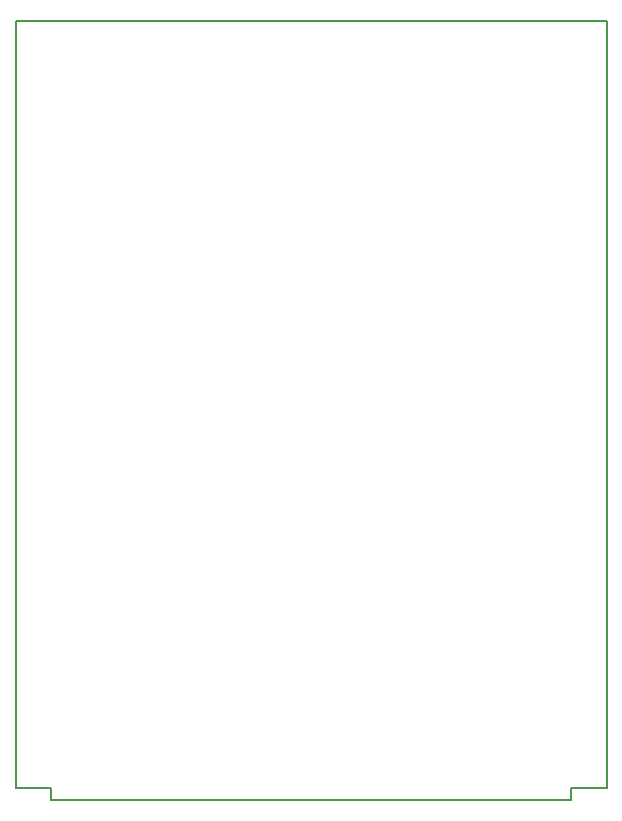
<source format=gbr>
%TF.GenerationSoftware,KiCad,Pcbnew,7.0.10*%
%TF.CreationDate,2024-03-26T21:26:04+03:00*%
%TF.ProjectId,com_1300,636f6d5f-3133-4303-902e-6b696361645f,rev?*%
%TF.SameCoordinates,Original*%
%TF.FileFunction,Profile,NP*%
%FSLAX46Y46*%
G04 Gerber Fmt 4.6, Leading zero omitted, Abs format (unit mm)*
G04 Created by KiCad (PCBNEW 7.0.10) date 2024-03-26 21:26:04*
%MOMM*%
%LPD*%
G01*
G04 APERTURE LIST*
%TA.AperFunction,Profile*%
%ADD10C,0.200000*%
%TD*%
G04 APERTURE END LIST*
D10*
X65000000Y-80000000D02*
X62000000Y-80000000D01*
X18000000Y-80000000D02*
X15000000Y-80000000D01*
X62000000Y-81000000D02*
X18000000Y-81000000D01*
X18000000Y-81000000D02*
X18000000Y-80000000D01*
X15000000Y-80000000D02*
X15000000Y-15000000D01*
X65000000Y-15000000D02*
X65000000Y-80000000D01*
X15000000Y-15000000D02*
X65000000Y-15000000D01*
X62000000Y-80000000D02*
X62000000Y-81000000D01*
M02*

</source>
